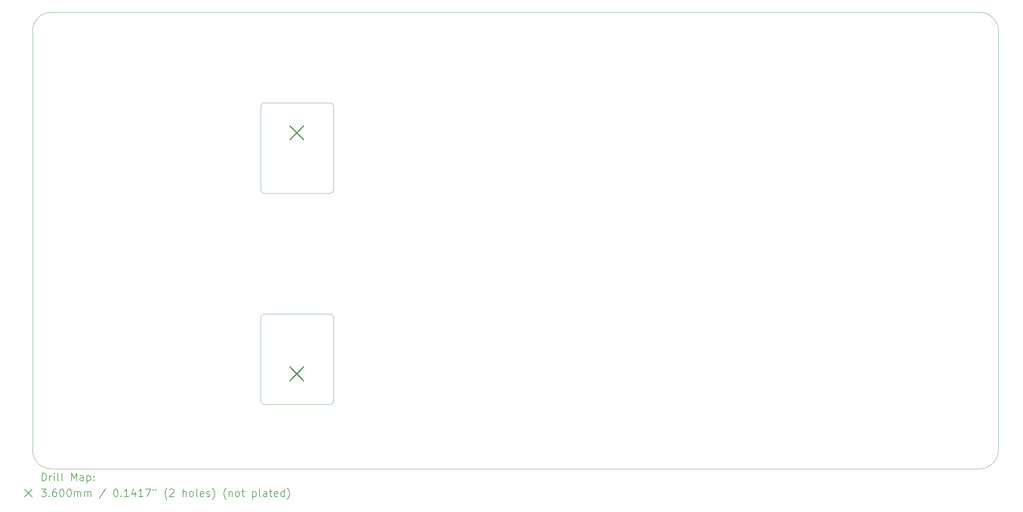
<source format=gbr>
%TF.GenerationSoftware,KiCad,Pcbnew,7.0.10*%
%TF.CreationDate,2024-05-11T12:39:23+02:00*%
%TF.ProjectId,Forte_PA_Deck,466f7274-655f-4504-915f-4465636b2e6b,1.0*%
%TF.SameCoordinates,Original*%
%TF.FileFunction,Drillmap*%
%TF.FilePolarity,Positive*%
%FSLAX45Y45*%
G04 Gerber Fmt 4.5, Leading zero omitted, Abs format (unit mm)*
G04 Created by KiCad (PCBNEW 7.0.10) date 2024-05-11 12:39:23*
%MOMM*%
%LPD*%
G01*
G04 APERTURE LIST*
%ADD10C,0.100000*%
%ADD11C,0.200000*%
%ADD12C,0.360000*%
G04 APERTURE END LIST*
D10*
X10279289Y-7999999D02*
G75*
G03*
X10379289Y-7900000I1J99999D01*
G01*
X2900000Y-3200000D02*
G75*
G03*
X2400000Y-3700000I0J-500000D01*
G01*
X8447860Y-13495000D02*
G75*
G03*
X8547855Y-13595000I100000J0D01*
G01*
X28000000Y-3700000D02*
G75*
G03*
X27500000Y-3200000I-500000J0D01*
G01*
X10379290Y-5700000D02*
G75*
G03*
X10279289Y-5600000I-100000J0D01*
G01*
X8547855Y-11195000D02*
X10277145Y-11195000D01*
X10279289Y-8000000D02*
X8550000Y-8000000D01*
X8450000Y-7900000D02*
X8450000Y-5700000D01*
X10377145Y-11295000D02*
X10377145Y-13495000D01*
X8550000Y-5600000D02*
G75*
G03*
X8450000Y-5700000I0J-100000D01*
G01*
X10379289Y-5700000D02*
X10379289Y-7900000D01*
X27500000Y-15300000D02*
X2900000Y-15300000D01*
X2400000Y-14800000D02*
X2400000Y-3700000D01*
X10277145Y-13595005D02*
G75*
G03*
X10377145Y-13495000I-5J100005D01*
G01*
X2900000Y-3200000D02*
X27500000Y-3200000D01*
X8450000Y-7900000D02*
G75*
G03*
X8550000Y-8000000I100000J0D01*
G01*
X8550000Y-5600000D02*
X10279289Y-5600000D01*
X10277145Y-13595000D02*
X8547855Y-13595000D01*
X8447855Y-13495000D02*
X8447855Y-11295000D01*
X28000000Y-3700000D02*
X28000000Y-14800000D01*
X8547855Y-11194995D02*
G75*
G03*
X8447855Y-11295000I5J-100005D01*
G01*
X10377150Y-11295000D02*
G75*
G03*
X10277145Y-11195000I-100000J0D01*
G01*
X27500000Y-15300000D02*
G75*
G03*
X28000000Y-14800000I0J500000D01*
G01*
X2400000Y-14800000D02*
G75*
G03*
X2900000Y-15300000I500000J0D01*
G01*
D11*
D12*
X9225000Y-6214000D02*
X9585000Y-6574000D01*
X9585000Y-6214000D02*
X9225000Y-6574000D01*
X9225000Y-12606000D02*
X9585000Y-12966000D01*
X9585000Y-12606000D02*
X9225000Y-12966000D01*
D11*
X2655777Y-15616484D02*
X2655777Y-15416484D01*
X2655777Y-15416484D02*
X2703396Y-15416484D01*
X2703396Y-15416484D02*
X2731967Y-15426008D01*
X2731967Y-15426008D02*
X2751015Y-15445055D01*
X2751015Y-15445055D02*
X2760539Y-15464103D01*
X2760539Y-15464103D02*
X2770063Y-15502198D01*
X2770063Y-15502198D02*
X2770063Y-15530769D01*
X2770063Y-15530769D02*
X2760539Y-15568865D01*
X2760539Y-15568865D02*
X2751015Y-15587912D01*
X2751015Y-15587912D02*
X2731967Y-15606960D01*
X2731967Y-15606960D02*
X2703396Y-15616484D01*
X2703396Y-15616484D02*
X2655777Y-15616484D01*
X2855777Y-15616484D02*
X2855777Y-15483150D01*
X2855777Y-15521246D02*
X2865301Y-15502198D01*
X2865301Y-15502198D02*
X2874824Y-15492674D01*
X2874824Y-15492674D02*
X2893872Y-15483150D01*
X2893872Y-15483150D02*
X2912920Y-15483150D01*
X2979586Y-15616484D02*
X2979586Y-15483150D01*
X2979586Y-15416484D02*
X2970062Y-15426008D01*
X2970062Y-15426008D02*
X2979586Y-15435531D01*
X2979586Y-15435531D02*
X2989110Y-15426008D01*
X2989110Y-15426008D02*
X2979586Y-15416484D01*
X2979586Y-15416484D02*
X2979586Y-15435531D01*
X3103396Y-15616484D02*
X3084348Y-15606960D01*
X3084348Y-15606960D02*
X3074824Y-15587912D01*
X3074824Y-15587912D02*
X3074824Y-15416484D01*
X3208158Y-15616484D02*
X3189110Y-15606960D01*
X3189110Y-15606960D02*
X3179586Y-15587912D01*
X3179586Y-15587912D02*
X3179586Y-15416484D01*
X3436729Y-15616484D02*
X3436729Y-15416484D01*
X3436729Y-15416484D02*
X3503396Y-15559341D01*
X3503396Y-15559341D02*
X3570062Y-15416484D01*
X3570062Y-15416484D02*
X3570062Y-15616484D01*
X3751015Y-15616484D02*
X3751015Y-15511722D01*
X3751015Y-15511722D02*
X3741491Y-15492674D01*
X3741491Y-15492674D02*
X3722443Y-15483150D01*
X3722443Y-15483150D02*
X3684348Y-15483150D01*
X3684348Y-15483150D02*
X3665301Y-15492674D01*
X3751015Y-15606960D02*
X3731967Y-15616484D01*
X3731967Y-15616484D02*
X3684348Y-15616484D01*
X3684348Y-15616484D02*
X3665301Y-15606960D01*
X3665301Y-15606960D02*
X3655777Y-15587912D01*
X3655777Y-15587912D02*
X3655777Y-15568865D01*
X3655777Y-15568865D02*
X3665301Y-15549817D01*
X3665301Y-15549817D02*
X3684348Y-15540293D01*
X3684348Y-15540293D02*
X3731967Y-15540293D01*
X3731967Y-15540293D02*
X3751015Y-15530769D01*
X3846253Y-15483150D02*
X3846253Y-15683150D01*
X3846253Y-15492674D02*
X3865301Y-15483150D01*
X3865301Y-15483150D02*
X3903396Y-15483150D01*
X3903396Y-15483150D02*
X3922443Y-15492674D01*
X3922443Y-15492674D02*
X3931967Y-15502198D01*
X3931967Y-15502198D02*
X3941491Y-15521246D01*
X3941491Y-15521246D02*
X3941491Y-15578388D01*
X3941491Y-15578388D02*
X3931967Y-15597436D01*
X3931967Y-15597436D02*
X3922443Y-15606960D01*
X3922443Y-15606960D02*
X3903396Y-15616484D01*
X3903396Y-15616484D02*
X3865301Y-15616484D01*
X3865301Y-15616484D02*
X3846253Y-15606960D01*
X4027205Y-15597436D02*
X4036729Y-15606960D01*
X4036729Y-15606960D02*
X4027205Y-15616484D01*
X4027205Y-15616484D02*
X4017682Y-15606960D01*
X4017682Y-15606960D02*
X4027205Y-15597436D01*
X4027205Y-15597436D02*
X4027205Y-15616484D01*
X4027205Y-15492674D02*
X4036729Y-15502198D01*
X4036729Y-15502198D02*
X4027205Y-15511722D01*
X4027205Y-15511722D02*
X4017682Y-15502198D01*
X4017682Y-15502198D02*
X4027205Y-15492674D01*
X4027205Y-15492674D02*
X4027205Y-15511722D01*
X2195000Y-15845000D02*
X2395000Y-16045000D01*
X2395000Y-15845000D02*
X2195000Y-16045000D01*
X2636729Y-15836484D02*
X2760539Y-15836484D01*
X2760539Y-15836484D02*
X2693872Y-15912674D01*
X2693872Y-15912674D02*
X2722444Y-15912674D01*
X2722444Y-15912674D02*
X2741491Y-15922198D01*
X2741491Y-15922198D02*
X2751015Y-15931722D01*
X2751015Y-15931722D02*
X2760539Y-15950769D01*
X2760539Y-15950769D02*
X2760539Y-15998388D01*
X2760539Y-15998388D02*
X2751015Y-16017436D01*
X2751015Y-16017436D02*
X2741491Y-16026960D01*
X2741491Y-16026960D02*
X2722444Y-16036484D01*
X2722444Y-16036484D02*
X2665301Y-16036484D01*
X2665301Y-16036484D02*
X2646253Y-16026960D01*
X2646253Y-16026960D02*
X2636729Y-16017436D01*
X2846253Y-16017436D02*
X2855777Y-16026960D01*
X2855777Y-16026960D02*
X2846253Y-16036484D01*
X2846253Y-16036484D02*
X2836729Y-16026960D01*
X2836729Y-16026960D02*
X2846253Y-16017436D01*
X2846253Y-16017436D02*
X2846253Y-16036484D01*
X3027205Y-15836484D02*
X2989110Y-15836484D01*
X2989110Y-15836484D02*
X2970062Y-15846008D01*
X2970062Y-15846008D02*
X2960539Y-15855531D01*
X2960539Y-15855531D02*
X2941491Y-15884103D01*
X2941491Y-15884103D02*
X2931967Y-15922198D01*
X2931967Y-15922198D02*
X2931967Y-15998388D01*
X2931967Y-15998388D02*
X2941491Y-16017436D01*
X2941491Y-16017436D02*
X2951015Y-16026960D01*
X2951015Y-16026960D02*
X2970062Y-16036484D01*
X2970062Y-16036484D02*
X3008158Y-16036484D01*
X3008158Y-16036484D02*
X3027205Y-16026960D01*
X3027205Y-16026960D02*
X3036729Y-16017436D01*
X3036729Y-16017436D02*
X3046253Y-15998388D01*
X3046253Y-15998388D02*
X3046253Y-15950769D01*
X3046253Y-15950769D02*
X3036729Y-15931722D01*
X3036729Y-15931722D02*
X3027205Y-15922198D01*
X3027205Y-15922198D02*
X3008158Y-15912674D01*
X3008158Y-15912674D02*
X2970062Y-15912674D01*
X2970062Y-15912674D02*
X2951015Y-15922198D01*
X2951015Y-15922198D02*
X2941491Y-15931722D01*
X2941491Y-15931722D02*
X2931967Y-15950769D01*
X3170062Y-15836484D02*
X3189110Y-15836484D01*
X3189110Y-15836484D02*
X3208158Y-15846008D01*
X3208158Y-15846008D02*
X3217682Y-15855531D01*
X3217682Y-15855531D02*
X3227205Y-15874579D01*
X3227205Y-15874579D02*
X3236729Y-15912674D01*
X3236729Y-15912674D02*
X3236729Y-15960293D01*
X3236729Y-15960293D02*
X3227205Y-15998388D01*
X3227205Y-15998388D02*
X3217682Y-16017436D01*
X3217682Y-16017436D02*
X3208158Y-16026960D01*
X3208158Y-16026960D02*
X3189110Y-16036484D01*
X3189110Y-16036484D02*
X3170062Y-16036484D01*
X3170062Y-16036484D02*
X3151015Y-16026960D01*
X3151015Y-16026960D02*
X3141491Y-16017436D01*
X3141491Y-16017436D02*
X3131967Y-15998388D01*
X3131967Y-15998388D02*
X3122443Y-15960293D01*
X3122443Y-15960293D02*
X3122443Y-15912674D01*
X3122443Y-15912674D02*
X3131967Y-15874579D01*
X3131967Y-15874579D02*
X3141491Y-15855531D01*
X3141491Y-15855531D02*
X3151015Y-15846008D01*
X3151015Y-15846008D02*
X3170062Y-15836484D01*
X3360539Y-15836484D02*
X3379586Y-15836484D01*
X3379586Y-15836484D02*
X3398634Y-15846008D01*
X3398634Y-15846008D02*
X3408158Y-15855531D01*
X3408158Y-15855531D02*
X3417682Y-15874579D01*
X3417682Y-15874579D02*
X3427205Y-15912674D01*
X3427205Y-15912674D02*
X3427205Y-15960293D01*
X3427205Y-15960293D02*
X3417682Y-15998388D01*
X3417682Y-15998388D02*
X3408158Y-16017436D01*
X3408158Y-16017436D02*
X3398634Y-16026960D01*
X3398634Y-16026960D02*
X3379586Y-16036484D01*
X3379586Y-16036484D02*
X3360539Y-16036484D01*
X3360539Y-16036484D02*
X3341491Y-16026960D01*
X3341491Y-16026960D02*
X3331967Y-16017436D01*
X3331967Y-16017436D02*
X3322443Y-15998388D01*
X3322443Y-15998388D02*
X3312920Y-15960293D01*
X3312920Y-15960293D02*
X3312920Y-15912674D01*
X3312920Y-15912674D02*
X3322443Y-15874579D01*
X3322443Y-15874579D02*
X3331967Y-15855531D01*
X3331967Y-15855531D02*
X3341491Y-15846008D01*
X3341491Y-15846008D02*
X3360539Y-15836484D01*
X3512920Y-16036484D02*
X3512920Y-15903150D01*
X3512920Y-15922198D02*
X3522443Y-15912674D01*
X3522443Y-15912674D02*
X3541491Y-15903150D01*
X3541491Y-15903150D02*
X3570063Y-15903150D01*
X3570063Y-15903150D02*
X3589110Y-15912674D01*
X3589110Y-15912674D02*
X3598634Y-15931722D01*
X3598634Y-15931722D02*
X3598634Y-16036484D01*
X3598634Y-15931722D02*
X3608158Y-15912674D01*
X3608158Y-15912674D02*
X3627205Y-15903150D01*
X3627205Y-15903150D02*
X3655777Y-15903150D01*
X3655777Y-15903150D02*
X3674824Y-15912674D01*
X3674824Y-15912674D02*
X3684348Y-15931722D01*
X3684348Y-15931722D02*
X3684348Y-16036484D01*
X3779586Y-16036484D02*
X3779586Y-15903150D01*
X3779586Y-15922198D02*
X3789110Y-15912674D01*
X3789110Y-15912674D02*
X3808158Y-15903150D01*
X3808158Y-15903150D02*
X3836729Y-15903150D01*
X3836729Y-15903150D02*
X3855777Y-15912674D01*
X3855777Y-15912674D02*
X3865301Y-15931722D01*
X3865301Y-15931722D02*
X3865301Y-16036484D01*
X3865301Y-15931722D02*
X3874824Y-15912674D01*
X3874824Y-15912674D02*
X3893872Y-15903150D01*
X3893872Y-15903150D02*
X3922443Y-15903150D01*
X3922443Y-15903150D02*
X3941491Y-15912674D01*
X3941491Y-15912674D02*
X3951015Y-15931722D01*
X3951015Y-15931722D02*
X3951015Y-16036484D01*
X4341491Y-15826960D02*
X4170063Y-16084103D01*
X4598634Y-15836484D02*
X4617682Y-15836484D01*
X4617682Y-15836484D02*
X4636729Y-15846008D01*
X4636729Y-15846008D02*
X4646253Y-15855531D01*
X4646253Y-15855531D02*
X4655777Y-15874579D01*
X4655777Y-15874579D02*
X4665301Y-15912674D01*
X4665301Y-15912674D02*
X4665301Y-15960293D01*
X4665301Y-15960293D02*
X4655777Y-15998388D01*
X4655777Y-15998388D02*
X4646253Y-16017436D01*
X4646253Y-16017436D02*
X4636729Y-16026960D01*
X4636729Y-16026960D02*
X4617682Y-16036484D01*
X4617682Y-16036484D02*
X4598634Y-16036484D01*
X4598634Y-16036484D02*
X4579587Y-16026960D01*
X4579587Y-16026960D02*
X4570063Y-16017436D01*
X4570063Y-16017436D02*
X4560539Y-15998388D01*
X4560539Y-15998388D02*
X4551015Y-15960293D01*
X4551015Y-15960293D02*
X4551015Y-15912674D01*
X4551015Y-15912674D02*
X4560539Y-15874579D01*
X4560539Y-15874579D02*
X4570063Y-15855531D01*
X4570063Y-15855531D02*
X4579587Y-15846008D01*
X4579587Y-15846008D02*
X4598634Y-15836484D01*
X4751015Y-16017436D02*
X4760539Y-16026960D01*
X4760539Y-16026960D02*
X4751015Y-16036484D01*
X4751015Y-16036484D02*
X4741491Y-16026960D01*
X4741491Y-16026960D02*
X4751015Y-16017436D01*
X4751015Y-16017436D02*
X4751015Y-16036484D01*
X4951015Y-16036484D02*
X4836729Y-16036484D01*
X4893872Y-16036484D02*
X4893872Y-15836484D01*
X4893872Y-15836484D02*
X4874825Y-15865055D01*
X4874825Y-15865055D02*
X4855777Y-15884103D01*
X4855777Y-15884103D02*
X4836729Y-15893627D01*
X5122444Y-15903150D02*
X5122444Y-16036484D01*
X5074825Y-15826960D02*
X5027206Y-15969817D01*
X5027206Y-15969817D02*
X5151015Y-15969817D01*
X5331968Y-16036484D02*
X5217682Y-16036484D01*
X5274825Y-16036484D02*
X5274825Y-15836484D01*
X5274825Y-15836484D02*
X5255777Y-15865055D01*
X5255777Y-15865055D02*
X5236729Y-15884103D01*
X5236729Y-15884103D02*
X5217682Y-15893627D01*
X5398634Y-15836484D02*
X5531968Y-15836484D01*
X5531968Y-15836484D02*
X5446253Y-16036484D01*
X5598634Y-15836484D02*
X5598634Y-15874579D01*
X5674825Y-15836484D02*
X5674825Y-15874579D01*
X5970063Y-16112674D02*
X5960539Y-16103150D01*
X5960539Y-16103150D02*
X5941491Y-16074579D01*
X5941491Y-16074579D02*
X5931968Y-16055531D01*
X5931968Y-16055531D02*
X5922444Y-16026960D01*
X5922444Y-16026960D02*
X5912920Y-15979341D01*
X5912920Y-15979341D02*
X5912920Y-15941246D01*
X5912920Y-15941246D02*
X5922444Y-15893627D01*
X5922444Y-15893627D02*
X5931968Y-15865055D01*
X5931968Y-15865055D02*
X5941491Y-15846008D01*
X5941491Y-15846008D02*
X5960539Y-15817436D01*
X5960539Y-15817436D02*
X5970063Y-15807912D01*
X6036729Y-15855531D02*
X6046253Y-15846008D01*
X6046253Y-15846008D02*
X6065301Y-15836484D01*
X6065301Y-15836484D02*
X6112920Y-15836484D01*
X6112920Y-15836484D02*
X6131968Y-15846008D01*
X6131968Y-15846008D02*
X6141491Y-15855531D01*
X6141491Y-15855531D02*
X6151015Y-15874579D01*
X6151015Y-15874579D02*
X6151015Y-15893627D01*
X6151015Y-15893627D02*
X6141491Y-15922198D01*
X6141491Y-15922198D02*
X6027206Y-16036484D01*
X6027206Y-16036484D02*
X6151015Y-16036484D01*
X6389110Y-16036484D02*
X6389110Y-15836484D01*
X6474825Y-16036484D02*
X6474825Y-15931722D01*
X6474825Y-15931722D02*
X6465301Y-15912674D01*
X6465301Y-15912674D02*
X6446253Y-15903150D01*
X6446253Y-15903150D02*
X6417682Y-15903150D01*
X6417682Y-15903150D02*
X6398634Y-15912674D01*
X6398634Y-15912674D02*
X6389110Y-15922198D01*
X6598634Y-16036484D02*
X6579587Y-16026960D01*
X6579587Y-16026960D02*
X6570063Y-16017436D01*
X6570063Y-16017436D02*
X6560539Y-15998388D01*
X6560539Y-15998388D02*
X6560539Y-15941246D01*
X6560539Y-15941246D02*
X6570063Y-15922198D01*
X6570063Y-15922198D02*
X6579587Y-15912674D01*
X6579587Y-15912674D02*
X6598634Y-15903150D01*
X6598634Y-15903150D02*
X6627206Y-15903150D01*
X6627206Y-15903150D02*
X6646253Y-15912674D01*
X6646253Y-15912674D02*
X6655777Y-15922198D01*
X6655777Y-15922198D02*
X6665301Y-15941246D01*
X6665301Y-15941246D02*
X6665301Y-15998388D01*
X6665301Y-15998388D02*
X6655777Y-16017436D01*
X6655777Y-16017436D02*
X6646253Y-16026960D01*
X6646253Y-16026960D02*
X6627206Y-16036484D01*
X6627206Y-16036484D02*
X6598634Y-16036484D01*
X6779587Y-16036484D02*
X6760539Y-16026960D01*
X6760539Y-16026960D02*
X6751015Y-16007912D01*
X6751015Y-16007912D02*
X6751015Y-15836484D01*
X6931968Y-16026960D02*
X6912920Y-16036484D01*
X6912920Y-16036484D02*
X6874825Y-16036484D01*
X6874825Y-16036484D02*
X6855777Y-16026960D01*
X6855777Y-16026960D02*
X6846253Y-16007912D01*
X6846253Y-16007912D02*
X6846253Y-15931722D01*
X6846253Y-15931722D02*
X6855777Y-15912674D01*
X6855777Y-15912674D02*
X6874825Y-15903150D01*
X6874825Y-15903150D02*
X6912920Y-15903150D01*
X6912920Y-15903150D02*
X6931968Y-15912674D01*
X6931968Y-15912674D02*
X6941491Y-15931722D01*
X6941491Y-15931722D02*
X6941491Y-15950769D01*
X6941491Y-15950769D02*
X6846253Y-15969817D01*
X7017682Y-16026960D02*
X7036730Y-16036484D01*
X7036730Y-16036484D02*
X7074825Y-16036484D01*
X7074825Y-16036484D02*
X7093872Y-16026960D01*
X7093872Y-16026960D02*
X7103396Y-16007912D01*
X7103396Y-16007912D02*
X7103396Y-15998388D01*
X7103396Y-15998388D02*
X7093872Y-15979341D01*
X7093872Y-15979341D02*
X7074825Y-15969817D01*
X7074825Y-15969817D02*
X7046253Y-15969817D01*
X7046253Y-15969817D02*
X7027206Y-15960293D01*
X7027206Y-15960293D02*
X7017682Y-15941246D01*
X7017682Y-15941246D02*
X7017682Y-15931722D01*
X7017682Y-15931722D02*
X7027206Y-15912674D01*
X7027206Y-15912674D02*
X7046253Y-15903150D01*
X7046253Y-15903150D02*
X7074825Y-15903150D01*
X7074825Y-15903150D02*
X7093872Y-15912674D01*
X7170063Y-16112674D02*
X7179587Y-16103150D01*
X7179587Y-16103150D02*
X7198634Y-16074579D01*
X7198634Y-16074579D02*
X7208158Y-16055531D01*
X7208158Y-16055531D02*
X7217682Y-16026960D01*
X7217682Y-16026960D02*
X7227206Y-15979341D01*
X7227206Y-15979341D02*
X7227206Y-15941246D01*
X7227206Y-15941246D02*
X7217682Y-15893627D01*
X7217682Y-15893627D02*
X7208158Y-15865055D01*
X7208158Y-15865055D02*
X7198634Y-15846008D01*
X7198634Y-15846008D02*
X7179587Y-15817436D01*
X7179587Y-15817436D02*
X7170063Y-15807912D01*
X7531968Y-16112674D02*
X7522444Y-16103150D01*
X7522444Y-16103150D02*
X7503396Y-16074579D01*
X7503396Y-16074579D02*
X7493872Y-16055531D01*
X7493872Y-16055531D02*
X7484349Y-16026960D01*
X7484349Y-16026960D02*
X7474825Y-15979341D01*
X7474825Y-15979341D02*
X7474825Y-15941246D01*
X7474825Y-15941246D02*
X7484349Y-15893627D01*
X7484349Y-15893627D02*
X7493872Y-15865055D01*
X7493872Y-15865055D02*
X7503396Y-15846008D01*
X7503396Y-15846008D02*
X7522444Y-15817436D01*
X7522444Y-15817436D02*
X7531968Y-15807912D01*
X7608158Y-15903150D02*
X7608158Y-16036484D01*
X7608158Y-15922198D02*
X7617682Y-15912674D01*
X7617682Y-15912674D02*
X7636730Y-15903150D01*
X7636730Y-15903150D02*
X7665301Y-15903150D01*
X7665301Y-15903150D02*
X7684349Y-15912674D01*
X7684349Y-15912674D02*
X7693872Y-15931722D01*
X7693872Y-15931722D02*
X7693872Y-16036484D01*
X7817682Y-16036484D02*
X7798634Y-16026960D01*
X7798634Y-16026960D02*
X7789111Y-16017436D01*
X7789111Y-16017436D02*
X7779587Y-15998388D01*
X7779587Y-15998388D02*
X7779587Y-15941246D01*
X7779587Y-15941246D02*
X7789111Y-15922198D01*
X7789111Y-15922198D02*
X7798634Y-15912674D01*
X7798634Y-15912674D02*
X7817682Y-15903150D01*
X7817682Y-15903150D02*
X7846253Y-15903150D01*
X7846253Y-15903150D02*
X7865301Y-15912674D01*
X7865301Y-15912674D02*
X7874825Y-15922198D01*
X7874825Y-15922198D02*
X7884349Y-15941246D01*
X7884349Y-15941246D02*
X7884349Y-15998388D01*
X7884349Y-15998388D02*
X7874825Y-16017436D01*
X7874825Y-16017436D02*
X7865301Y-16026960D01*
X7865301Y-16026960D02*
X7846253Y-16036484D01*
X7846253Y-16036484D02*
X7817682Y-16036484D01*
X7941492Y-15903150D02*
X8017682Y-15903150D01*
X7970063Y-15836484D02*
X7970063Y-16007912D01*
X7970063Y-16007912D02*
X7979587Y-16026960D01*
X7979587Y-16026960D02*
X7998634Y-16036484D01*
X7998634Y-16036484D02*
X8017682Y-16036484D01*
X8236730Y-15903150D02*
X8236730Y-16103150D01*
X8236730Y-15912674D02*
X8255777Y-15903150D01*
X8255777Y-15903150D02*
X8293873Y-15903150D01*
X8293873Y-15903150D02*
X8312920Y-15912674D01*
X8312920Y-15912674D02*
X8322444Y-15922198D01*
X8322444Y-15922198D02*
X8331968Y-15941246D01*
X8331968Y-15941246D02*
X8331968Y-15998388D01*
X8331968Y-15998388D02*
X8322444Y-16017436D01*
X8322444Y-16017436D02*
X8312920Y-16026960D01*
X8312920Y-16026960D02*
X8293873Y-16036484D01*
X8293873Y-16036484D02*
X8255777Y-16036484D01*
X8255777Y-16036484D02*
X8236730Y-16026960D01*
X8446254Y-16036484D02*
X8427206Y-16026960D01*
X8427206Y-16026960D02*
X8417682Y-16007912D01*
X8417682Y-16007912D02*
X8417682Y-15836484D01*
X8608158Y-16036484D02*
X8608158Y-15931722D01*
X8608158Y-15931722D02*
X8598635Y-15912674D01*
X8598635Y-15912674D02*
X8579587Y-15903150D01*
X8579587Y-15903150D02*
X8541492Y-15903150D01*
X8541492Y-15903150D02*
X8522444Y-15912674D01*
X8608158Y-16026960D02*
X8589111Y-16036484D01*
X8589111Y-16036484D02*
X8541492Y-16036484D01*
X8541492Y-16036484D02*
X8522444Y-16026960D01*
X8522444Y-16026960D02*
X8512920Y-16007912D01*
X8512920Y-16007912D02*
X8512920Y-15988865D01*
X8512920Y-15988865D02*
X8522444Y-15969817D01*
X8522444Y-15969817D02*
X8541492Y-15960293D01*
X8541492Y-15960293D02*
X8589111Y-15960293D01*
X8589111Y-15960293D02*
X8608158Y-15950769D01*
X8674825Y-15903150D02*
X8751015Y-15903150D01*
X8703396Y-15836484D02*
X8703396Y-16007912D01*
X8703396Y-16007912D02*
X8712920Y-16026960D01*
X8712920Y-16026960D02*
X8731968Y-16036484D01*
X8731968Y-16036484D02*
X8751015Y-16036484D01*
X8893873Y-16026960D02*
X8874825Y-16036484D01*
X8874825Y-16036484D02*
X8836730Y-16036484D01*
X8836730Y-16036484D02*
X8817682Y-16026960D01*
X8817682Y-16026960D02*
X8808158Y-16007912D01*
X8808158Y-16007912D02*
X8808158Y-15931722D01*
X8808158Y-15931722D02*
X8817682Y-15912674D01*
X8817682Y-15912674D02*
X8836730Y-15903150D01*
X8836730Y-15903150D02*
X8874825Y-15903150D01*
X8874825Y-15903150D02*
X8893873Y-15912674D01*
X8893873Y-15912674D02*
X8903396Y-15931722D01*
X8903396Y-15931722D02*
X8903396Y-15950769D01*
X8903396Y-15950769D02*
X8808158Y-15969817D01*
X9074825Y-16036484D02*
X9074825Y-15836484D01*
X9074825Y-16026960D02*
X9055777Y-16036484D01*
X9055777Y-16036484D02*
X9017682Y-16036484D01*
X9017682Y-16036484D02*
X8998635Y-16026960D01*
X8998635Y-16026960D02*
X8989111Y-16017436D01*
X8989111Y-16017436D02*
X8979587Y-15998388D01*
X8979587Y-15998388D02*
X8979587Y-15941246D01*
X8979587Y-15941246D02*
X8989111Y-15922198D01*
X8989111Y-15922198D02*
X8998635Y-15912674D01*
X8998635Y-15912674D02*
X9017682Y-15903150D01*
X9017682Y-15903150D02*
X9055777Y-15903150D01*
X9055777Y-15903150D02*
X9074825Y-15912674D01*
X9151016Y-16112674D02*
X9160539Y-16103150D01*
X9160539Y-16103150D02*
X9179587Y-16074579D01*
X9179587Y-16074579D02*
X9189111Y-16055531D01*
X9189111Y-16055531D02*
X9198635Y-16026960D01*
X9198635Y-16026960D02*
X9208158Y-15979341D01*
X9208158Y-15979341D02*
X9208158Y-15941246D01*
X9208158Y-15941246D02*
X9198635Y-15893627D01*
X9198635Y-15893627D02*
X9189111Y-15865055D01*
X9189111Y-15865055D02*
X9179587Y-15846008D01*
X9179587Y-15846008D02*
X9160539Y-15817436D01*
X9160539Y-15817436D02*
X9151016Y-15807912D01*
M02*

</source>
